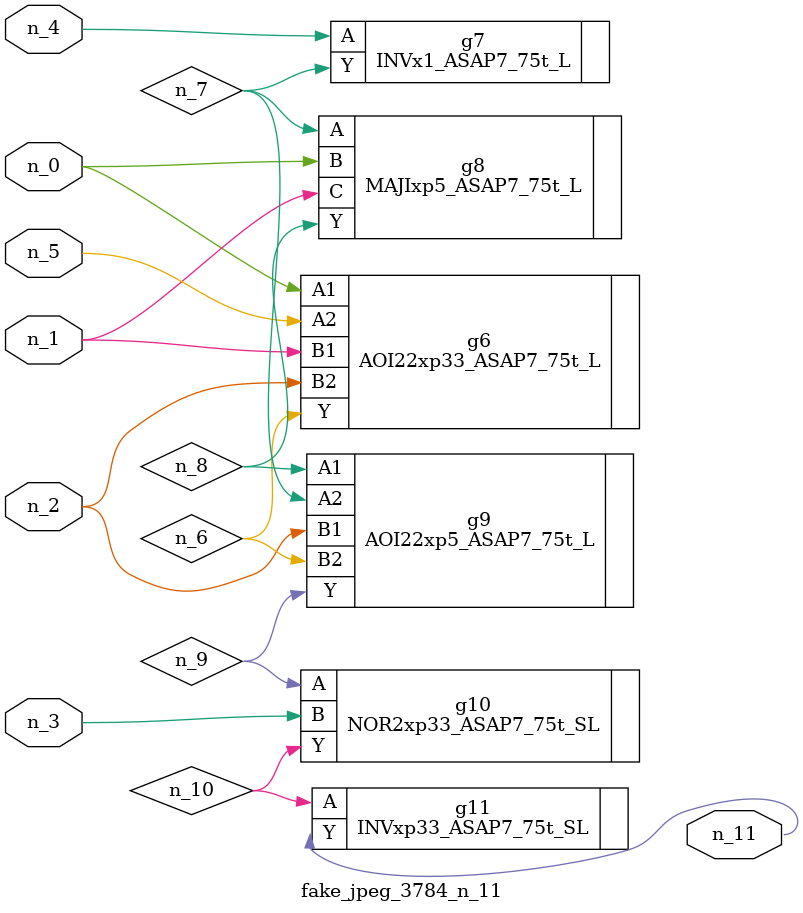
<source format=v>
module fake_jpeg_3784_n_11 (n_3, n_2, n_1, n_0, n_4, n_5, n_11);

input n_3;
input n_2;
input n_1;
input n_0;
input n_4;
input n_5;

output n_11;

wire n_10;
wire n_8;
wire n_9;
wire n_6;
wire n_7;

AOI22xp33_ASAP7_75t_L g6 ( 
.A1(n_0),
.A2(n_5),
.B1(n_1),
.B2(n_2),
.Y(n_6)
);

INVx1_ASAP7_75t_L g7 ( 
.A(n_4),
.Y(n_7)
);

MAJIxp5_ASAP7_75t_L g8 ( 
.A(n_7),
.B(n_0),
.C(n_1),
.Y(n_8)
);

AOI22xp5_ASAP7_75t_L g9 ( 
.A1(n_8),
.A2(n_7),
.B1(n_2),
.B2(n_6),
.Y(n_9)
);

NOR2xp33_ASAP7_75t_SL g10 ( 
.A(n_9),
.B(n_3),
.Y(n_10)
);

INVxp33_ASAP7_75t_SL g11 ( 
.A(n_10),
.Y(n_11)
);


endmodule
</source>
